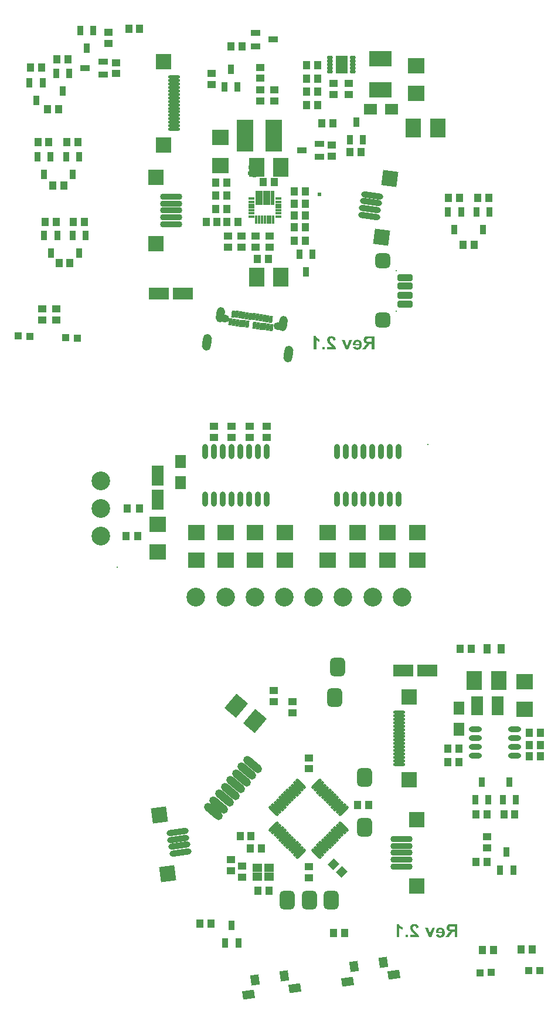
<source format=gbs>
G04 Layer_Color=16711935*
%FSLAX44Y44*%
%MOMM*%
G71*
G01*
G75*
%ADD47C,0.6096*%
%ADD94R,1.3032X1.1032*%
%ADD95R,1.1032X1.3032*%
%ADD98R,2.2032X2.7032*%
G04:AMPARAMS|DCode=102|XSize=0.5032mm|YSize=1.9032mm|CornerRadius=0mm|HoleSize=0mm|Usage=FLASHONLY|Rotation=135.000|XOffset=0mm|YOffset=0mm|HoleType=Round|Shape=Round|*
%AMOVALD102*
21,1,1.4000,0.5032,0.0000,0.0000,225.0*
1,1,0.5032,0.4950,0.4950*
1,1,0.5032,-0.4950,-0.4950*
%
%ADD102OVALD102*%

G04:AMPARAMS|DCode=103|XSize=0.5032mm|YSize=1.9032mm|CornerRadius=0mm|HoleSize=0mm|Usage=FLASHONLY|Rotation=45.000|XOffset=0mm|YOffset=0mm|HoleType=Round|Shape=Round|*
%AMOVALD103*
21,1,1.4000,0.5032,0.0000,0.0000,135.0*
1,1,0.5032,0.4950,-0.4950*
1,1,0.5032,-0.4950,0.4950*
%
%ADD103OVALD103*%

%ADD105R,0.9532X1.3532*%
%ADD106R,2.9532X1.7532*%
%ADD118C,2.7032*%
%ADD119C,0.2032*%
G04:AMPARAMS|DCode=120|XSize=1.9192mm|YSize=1.0612mm|CornerRadius=0mm|HoleSize=0mm|Usage=FLASHONLY|Rotation=352.000|XOffset=0mm|YOffset=0mm|HoleType=Round|Shape=Round|*
%AMOVALD120*
21,1,0.8580,1.0612,0.0000,0.0000,352.0*
1,1,1.0612,-0.4248,0.0597*
1,1,1.0612,0.4248,-0.0597*
%
%ADD120OVALD120*%

G04:AMPARAMS|DCode=121|XSize=2.2192mm|YSize=1.2112mm|CornerRadius=0mm|HoleSize=0mm|Usage=FLASHONLY|Rotation=82.000|XOffset=0mm|YOffset=0mm|HoleType=Round|Shape=Round|*
%AMOVALD121*
21,1,1.0080,1.2112,0.0000,0.0000,82.0*
1,1,1.2112,-0.0701,-0.4991*
1,1,1.2112,0.0701,0.4991*
%
%ADD121OVALD121*%

G04:AMPARAMS|DCode=122|XSize=2.4032mm|YSize=1.3032mm|CornerRadius=0mm|HoleSize=0mm|Usage=FLASHONLY|Rotation=82.000|XOffset=0mm|YOffset=0mm|HoleType=Round|Shape=Round|*
%AMOVALD122*
21,1,1.1000,1.3032,0.0000,0.0000,82.0*
1,1,1.3032,-0.0766,-0.5446*
1,1,1.3032,0.0766,0.5446*
%
%ADD122OVALD122*%

%ADD123C,0.7032*%
%ADD124R,1.5032X1.9032*%
%ADD125R,2.3532X2.3032*%
%ADD126R,1.7532X2.9532*%
%ADD127O,0.8032X2.2032*%
%ADD128P,1.4187X4X311.0*%
%ADD129P,1.4187X4X312.0*%
%ADD130R,2.4532X4.6032*%
%ADD131O,1.7272X0.5032*%
%ADD132R,2.2032X2.2032*%
G04:AMPARAMS|DCode=133|XSize=1.0032mm|YSize=0.5032mm|CornerRadius=0mm|HoleSize=0mm|Usage=FLASHONLY|Rotation=82.000|XOffset=0mm|YOffset=0mm|HoleType=Round|Shape=Rectangle|*
%AMROTATEDRECTD133*
4,1,4,0.1793,-0.5317,-0.3190,-0.4617,-0.1793,0.5317,0.3190,0.4617,0.1793,-0.5317,0.0*
%
%ADD133ROTATEDRECTD133*%

%ADD134R,1.3532X0.9532*%
%ADD135R,3.2032X2.2032*%
%ADD136R,1.7932X2.6032*%
%ADD137O,0.8532X0.5532*%
%ADD138R,0.5032X2.0032*%
%ADD139R,0.8600X0.3600*%
%ADD140R,0.8600X0.4600*%
%ADD141R,0.3600X1.2100*%
%ADD142R,1.9032X1.5032*%
G04:AMPARAMS|DCode=143|XSize=1.0032mm|YSize=2.2032mm|CornerRadius=0.3016mm|HoleSize=0mm|Usage=FLASHONLY|Rotation=90.000|XOffset=0mm|YOffset=0mm|HoleType=Round|Shape=RoundedRectangle|*
%AMROUNDEDRECTD143*
21,1,1.0032,1.6000,0,0,90.0*
21,1,0.4000,2.2032,0,0,90.0*
1,1,0.6032,0.8000,0.2000*
1,1,0.6032,0.8000,-0.2000*
1,1,0.6032,-0.8000,-0.2000*
1,1,0.6032,-0.8000,0.2000*
%
%ADD143ROUNDEDRECTD143*%
G04:AMPARAMS|DCode=144|XSize=2.2032mm|YSize=2.2032mm|CornerRadius=0.6016mm|HoleSize=0mm|Usage=FLASHONLY|Rotation=90.000|XOffset=0mm|YOffset=0mm|HoleType=Round|Shape=RoundedRectangle|*
%AMROUNDEDRECTD144*
21,1,2.2032,1.0000,0,0,90.0*
21,1,1.0000,2.2032,0,0,90.0*
1,1,1.2032,0.5000,0.5000*
1,1,1.2032,0.5000,-0.5000*
1,1,1.2032,-0.5000,-0.5000*
1,1,1.2032,-0.5000,0.5000*
%
%ADD144ROUNDEDRECTD144*%
%ADD145O,3.2032X0.9032*%
G04:AMPARAMS|DCode=146|XSize=0.9032mm|YSize=3.2032mm|CornerRadius=0mm|HoleSize=0mm|Usage=FLASHONLY|Rotation=262.000|XOffset=0mm|YOffset=0mm|HoleType=Round|Shape=Round|*
%AMOVALD146*
21,1,2.3000,0.9032,0.0000,0.0000,352.0*
1,1,0.9032,-1.1388,0.1600*
1,1,0.9032,1.1388,-0.1600*
%
%ADD146OVALD146*%

%ADD147P,3.1158X4X307.0*%
G04:AMPARAMS|DCode=148|XSize=2.2032mm|YSize=2.7032mm|CornerRadius=0mm|HoleSize=0mm|Usage=FLASHONLY|Rotation=140.000|XOffset=0mm|YOffset=0mm|HoleType=Round|Shape=Rectangle|*
%AMROTATEDRECTD148*
4,1,4,1.7127,0.3273,-0.0249,-1.7435,-1.7127,-0.3273,0.0249,1.7435,1.7127,0.3273,0.0*
%
%ADD148ROTATEDRECTD148*%

%ADD149O,1.9032X0.8032*%
%ADD150R,1.0032X1.4732*%
%ADD151R,1.7032X2.7032*%
G04:AMPARAMS|DCode=152|XSize=1.2032mm|YSize=3.2032mm|CornerRadius=0mm|HoleSize=0mm|Usage=FLASHONLY|Rotation=230.000|XOffset=0mm|YOffset=0mm|HoleType=Round|Shape=Round|*
%AMOVALD152*
21,1,2.0000,1.2032,0.0000,0.0000,320.0*
1,1,1.2032,-0.7660,0.6428*
1,1,1.2032,0.7660,-0.6428*
%
%ADD152OVALD152*%

G04:AMPARAMS|DCode=153|XSize=1.2032mm|YSize=1.4732mm|CornerRadius=0mm|HoleSize=0mm|Usage=FLASHONLY|Rotation=188.000|XOffset=0mm|YOffset=0mm|HoleType=Round|Shape=Rectangle|*
%AMROTATEDRECTD153*
4,1,4,0.4932,0.8132,0.6983,-0.6457,-0.4932,-0.8132,-0.6983,0.6457,0.4932,0.8132,0.0*
%
%ADD153ROTATEDRECTD153*%

G04:AMPARAMS|DCode=154|XSize=1.2032mm|YSize=1.7032mm|CornerRadius=0mm|HoleSize=0mm|Usage=FLASHONLY|Rotation=98.000|XOffset=0mm|YOffset=0mm|HoleType=Round|Shape=Rectangle|*
%AMROTATEDRECTD154*
4,1,4,0.9270,-0.4772,-0.7596,-0.7143,-0.9270,0.4772,0.7596,0.7143,0.9270,-0.4772,0.0*
%
%ADD154ROTATEDRECTD154*%

%ADD155R,1.4032X1.2032*%
G04:AMPARAMS|DCode=156|XSize=1.3032mm|YSize=1.1032mm|CornerRadius=0mm|HoleSize=0mm|Usage=FLASHONLY|Rotation=225.000|XOffset=0mm|YOffset=0mm|HoleType=Round|Shape=Rectangle|*
%AMROTATEDRECTD156*
4,1,4,0.0707,0.8508,0.8508,0.0707,-0.0707,-0.8508,-0.8508,-0.0707,0.0707,0.8508,0.0*
%
%ADD156ROTATEDRECTD156*%

G04:AMPARAMS|DCode=157|XSize=2.2032mm|YSize=2.7032mm|CornerRadius=0.6016mm|HoleSize=0mm|Usage=FLASHONLY|Rotation=180.000|XOffset=0mm|YOffset=0mm|HoleType=Round|Shape=RoundedRectangle|*
%AMROUNDEDRECTD157*
21,1,2.2032,1.5000,0,0,180.0*
21,1,1.0000,2.7032,0,0,180.0*
1,1,1.2032,-0.5000,0.7500*
1,1,1.2032,0.5000,0.7500*
1,1,1.2032,0.5000,-0.7500*
1,1,1.2032,-0.5000,-0.7500*
%
%ADD157ROUNDEDRECTD157*%
%ADD158P,1.4187X4X137.0*%
%ADD159P,1.4187X4X138.0*%
G04:AMPARAMS|DCode=160|XSize=0.9032mm|YSize=3.2032mm|CornerRadius=0mm|HoleSize=0mm|Usage=FLASHONLY|Rotation=98.000|XOffset=0mm|YOffset=0mm|HoleType=Round|Shape=Round|*
%AMOVALD160*
21,1,2.3000,0.9032,0.0000,0.0000,188.0*
1,1,0.9032,1.1388,0.1600*
1,1,0.9032,-1.1388,-0.1600*
%
%ADD160OVALD160*%

%ADD161P,3.1158X4X143.0*%
G36*
X510354Y1008221D02*
X510798Y1008193D01*
X511658Y1008054D01*
X512380Y1007832D01*
X512713Y1007721D01*
X513019Y1007582D01*
X513296Y1007471D01*
X513518Y1007332D01*
X513741Y1007221D01*
X513907Y1007138D01*
X514046Y1007027D01*
X514129Y1006971D01*
X514185Y1006943D01*
X514213Y1006916D01*
X514518Y1006638D01*
X514796Y1006360D01*
X515045Y1006027D01*
X515267Y1005666D01*
X515601Y1004945D01*
X515878Y1004250D01*
X515962Y1003890D01*
X516045Y1003584D01*
X516128Y1003307D01*
X516156Y1003057D01*
X516211Y1002835D01*
Y1002696D01*
X516239Y1002585D01*
Y1002557D01*
X512575Y1002196D01*
X512519Y1002751D01*
X512408Y1003223D01*
X512297Y1003640D01*
X512158Y1003945D01*
X512047Y1004195D01*
X511936Y1004361D01*
X511853Y1004473D01*
X511825Y1004500D01*
X511547Y1004722D01*
X511242Y1004889D01*
X510937Y1005028D01*
X510631Y1005111D01*
X510381Y1005167D01*
X510159Y1005194D01*
X509965D01*
X509548Y1005167D01*
X509188Y1005083D01*
X508882Y1004972D01*
X508605Y1004861D01*
X508410Y1004750D01*
X508244Y1004639D01*
X508160Y1004556D01*
X508133Y1004528D01*
X507910Y1004250D01*
X507744Y1003945D01*
X507633Y1003640D01*
X507550Y1003334D01*
X507494Y1003057D01*
X507466Y1002807D01*
Y1002668D01*
Y1002640D01*
Y1002613D01*
X507494Y1002196D01*
X507577Y1001807D01*
X507716Y1001419D01*
X507855Y1001086D01*
X507994Y1000780D01*
X508133Y1000558D01*
X508216Y1000419D01*
X508244Y1000364D01*
X508355Y1000197D01*
X508521Y1000003D01*
X508743Y999753D01*
X508965Y999531D01*
X509465Y999003D01*
X509965Y998476D01*
X510465Y997976D01*
X510687Y997754D01*
X510909Y997588D01*
X511075Y997421D01*
X511186Y997310D01*
X511270Y997227D01*
X511297Y997199D01*
X511853Y996671D01*
X512352Y996172D01*
X512825Y995700D01*
X513241Y995283D01*
X513630Y994867D01*
X513963Y994478D01*
X514268Y994145D01*
X514518Y993812D01*
X514740Y993534D01*
X514934Y993284D01*
X515101Y993090D01*
X515212Y992896D01*
X515323Y992785D01*
X515379Y992674D01*
X515434Y992618D01*
Y992590D01*
X515795Y991952D01*
X516073Y991285D01*
X516295Y990675D01*
X516461Y990119D01*
X516572Y989620D01*
X516600Y989426D01*
X516628Y989259D01*
X516656Y989120D01*
X516683Y989009D01*
Y988953D01*
Y988926D01*
X503774D01*
Y992340D01*
X511103D01*
X510881Y992701D01*
X510631Y993007D01*
X510520Y993146D01*
X510437Y993257D01*
X510381Y993312D01*
X510354Y993340D01*
X510243Y993451D01*
X510131Y993590D01*
X509798Y993895D01*
X509437Y994256D01*
X509077Y994617D01*
X508716Y994950D01*
X508410Y995228D01*
X508299Y995339D01*
X508216Y995422D01*
X508160Y995450D01*
X508133Y995478D01*
X507522Y996061D01*
X507022Y996533D01*
X506606Y996977D01*
X506273Y997310D01*
X506023Y997588D01*
X505856Y997782D01*
X505745Y997921D01*
X505717Y997948D01*
X505356Y998420D01*
X505051Y998865D01*
X504801Y999281D01*
X504607Y999642D01*
X504440Y999947D01*
X504329Y1000197D01*
X504274Y1000336D01*
X504246Y1000391D01*
X504079Y1000836D01*
X503968Y1001280D01*
X503885Y1001696D01*
X503829Y1002085D01*
X503802Y1002390D01*
X503774Y1002640D01*
Y1002807D01*
Y1002862D01*
X503802Y1003279D01*
X503857Y1003695D01*
X503913Y1004084D01*
X504024Y1004445D01*
X504301Y1005083D01*
X504579Y1005639D01*
X504746Y1005888D01*
X504884Y1006083D01*
X505023Y1006277D01*
X505162Y1006416D01*
X505273Y1006527D01*
X505329Y1006638D01*
X505384Y1006666D01*
X505412Y1006693D01*
X505717Y1006971D01*
X506078Y1007221D01*
X506411Y1007415D01*
X506800Y1007582D01*
X507522Y1007860D01*
X508244Y1008054D01*
X508577Y1008109D01*
X508882Y1008165D01*
X509160Y1008193D01*
X509410Y1008221D01*
X509604Y1008248D01*
X509882D01*
X510354Y1008221D01*
D02*
G37*
G36*
X487672Y1007610D02*
X488033Y1007027D01*
X488422Y1006471D01*
X488810Y1006027D01*
X489143Y1005666D01*
X489449Y1005389D01*
X489560Y1005278D01*
X489643Y1005194D01*
X489698Y1005167D01*
X489726Y1005139D01*
X490337Y1004695D01*
X490920Y1004306D01*
X491448Y1004001D01*
X491920Y1003779D01*
X492308Y1003612D01*
X492586Y1003473D01*
X492697Y1003445D01*
X492780Y1003418D01*
X492808Y1003390D01*
X492836D01*
Y1000058D01*
X491836Y1000447D01*
X490948Y1000863D01*
X490531Y1001086D01*
X490143Y1001335D01*
X489782Y1001557D01*
X489449Y1001780D01*
X489143Y1002002D01*
X488866Y1002196D01*
X488644Y1002363D01*
X488449Y1002529D01*
X488283Y1002668D01*
X488172Y1002751D01*
X488116Y1002807D01*
X488088Y1002835D01*
Y988926D01*
X484396D01*
Y1008248D01*
X487394D01*
X487672Y1007610D01*
D02*
G37*
G36*
X534035Y988926D02*
X530703D01*
X525179Y1002862D01*
X528954D01*
X531619Y995727D01*
X531786Y995311D01*
X531897Y994922D01*
X531953Y994784D01*
X531980Y994672D01*
X532008Y994589D01*
Y994561D01*
X532036Y994423D01*
X532091Y994256D01*
X532230Y993840D01*
X532286Y993673D01*
X532341Y993506D01*
X532369Y993395D01*
X532397Y993368D01*
X533146Y995727D01*
X535784Y1002862D01*
X539643D01*
X534035Y988926D01*
D02*
G37*
G36*
X547971Y1003140D02*
X548443Y1003084D01*
X548915Y1002973D01*
X549332Y1002862D01*
X549748Y1002723D01*
X550109Y1002557D01*
X550470Y1002363D01*
X550775Y1002196D01*
X551053Y1002002D01*
X551303Y1001807D01*
X551525Y1001641D01*
X551692Y1001502D01*
X551830Y1001391D01*
X551941Y1001280D01*
X551997Y1001224D01*
X552025Y1001197D01*
X552330Y1000808D01*
X552608Y1000391D01*
X552858Y999975D01*
X553080Y999531D01*
X553246Y999059D01*
X553385Y998615D01*
X553607Y997754D01*
X553690Y997338D01*
X553746Y996977D01*
X553774Y996644D01*
X553801Y996366D01*
X553829Y996116D01*
Y995922D01*
Y995811D01*
Y995783D01*
X553801Y995256D01*
X553774Y994728D01*
X553690Y994256D01*
X553607Y993812D01*
X553524Y993368D01*
X553385Y992979D01*
X553274Y992618D01*
X553135Y992285D01*
X553024Y991980D01*
X552885Y991730D01*
X552774Y991508D01*
X552691Y991313D01*
X552580Y991174D01*
X552524Y991063D01*
X552497Y991008D01*
X552469Y990980D01*
X552108Y990564D01*
X551747Y990203D01*
X551331Y989897D01*
X550886Y989620D01*
X550442Y989398D01*
X549998Y989203D01*
X549554Y989037D01*
X549110Y988926D01*
X548721Y988815D01*
X548332Y988759D01*
X547971Y988704D01*
X547666Y988648D01*
X547416D01*
X547250Y988620D01*
X547083D01*
X546278Y988676D01*
X545528Y988787D01*
X544890Y988953D01*
X544334Y989148D01*
X544085Y989259D01*
X543890Y989342D01*
X543696Y989426D01*
X543557Y989509D01*
X543446Y989592D01*
X543335Y989620D01*
X543307Y989675D01*
X543280D01*
X542752Y990119D01*
X542280Y990592D01*
X541892Y991119D01*
X541586Y991619D01*
X541336Y992063D01*
X541253Y992257D01*
X541170Y992424D01*
X541114Y992563D01*
X541059Y992674D01*
X541031Y992729D01*
Y992757D01*
X544696Y993368D01*
X544834Y993007D01*
X544973Y992674D01*
X545112Y992424D01*
X545279Y992202D01*
X545390Y992035D01*
X545501Y991924D01*
X545584Y991869D01*
X545612Y991841D01*
X545834Y991674D01*
X546084Y991563D01*
X546333Y991480D01*
X546555Y991424D01*
X546750Y991397D01*
X546916Y991369D01*
X547055D01*
X547499Y991397D01*
X547916Y991508D01*
X548304Y991646D01*
X548610Y991813D01*
X548860Y991980D01*
X549026Y992118D01*
X549165Y992229D01*
X549193Y992257D01*
X549471Y992618D01*
X549665Y993035D01*
X549832Y993479D01*
X549943Y993867D01*
X549998Y994256D01*
X550026Y994534D01*
X550054Y994645D01*
Y994728D01*
Y994784D01*
Y994811D01*
X540836D01*
Y995589D01*
X540892Y996283D01*
X540975Y996949D01*
X541086Y997560D01*
X541225Y998143D01*
X541364Y998643D01*
X541531Y999115D01*
X541697Y999531D01*
X541864Y999892D01*
X542030Y1000225D01*
X542169Y1000475D01*
X542308Y1000697D01*
X542419Y1000863D01*
X542502Y1001002D01*
X542558Y1001058D01*
X542585Y1001086D01*
X542919Y1001447D01*
X543307Y1001780D01*
X543696Y1002057D01*
X544085Y1002279D01*
X544501Y1002501D01*
X544918Y1002668D01*
X545306Y1002807D01*
X545695Y1002918D01*
X546056Y1003001D01*
X546389Y1003057D01*
X546694Y1003112D01*
X546944Y1003140D01*
X547166Y1003168D01*
X547472D01*
X547971Y1003140D01*
D02*
G37*
G36*
X572097Y988926D02*
X568210D01*
Y996949D01*
X566961D01*
X566572Y996921D01*
X566239Y996893D01*
X565961Y996838D01*
X565739Y996810D01*
X565600Y996755D01*
X565517Y996727D01*
X565489D01*
X565267Y996616D01*
X565045Y996505D01*
X564851Y996366D01*
X564656Y996255D01*
X564518Y996116D01*
X564407Y996005D01*
X564351Y995950D01*
X564323Y995922D01*
X564212Y995783D01*
X564073Y995644D01*
X563768Y995228D01*
X563435Y994784D01*
X563074Y994284D01*
X562769Y993840D01*
X562630Y993617D01*
X562519Y993451D01*
X562408Y993312D01*
X562324Y993201D01*
X562297Y993118D01*
X562269Y993090D01*
X559493Y988926D01*
X554829D01*
X557188Y992674D01*
X557438Y993062D01*
X557688Y993451D01*
X557910Y993784D01*
X558132Y994090D01*
X558327Y994367D01*
X558493Y994645D01*
X558826Y995061D01*
X559076Y995394D01*
X559243Y995616D01*
X559382Y995755D01*
X559409Y995783D01*
X559715Y996116D01*
X560076Y996422D01*
X560409Y996671D01*
X560742Y996921D01*
X561020Y997116D01*
X561242Y997254D01*
X561408Y997365D01*
X561436Y997393D01*
X561464D01*
X560992Y997477D01*
X560575Y997588D01*
X560187Y997699D01*
X559798Y997837D01*
X559465Y997976D01*
X559160Y998115D01*
X558854Y998254D01*
X558604Y998420D01*
X558382Y998559D01*
X558188Y998698D01*
X558021Y998837D01*
X557910Y998948D01*
X557799Y999031D01*
X557716Y999115D01*
X557688Y999142D01*
X557660Y999170D01*
X557438Y999448D01*
X557244Y999725D01*
X556911Y1000336D01*
X556689Y1000919D01*
X556550Y1001502D01*
X556439Y1002002D01*
X556411Y1002196D01*
Y1002390D01*
X556383Y1002529D01*
Y1002668D01*
Y1002723D01*
Y1002751D01*
X556411Y1003362D01*
X556522Y1003945D01*
X556661Y1004445D01*
X556800Y1004889D01*
X556966Y1005250D01*
X557105Y1005527D01*
X557161Y1005611D01*
X557216Y1005694D01*
X557244Y1005722D01*
Y1005750D01*
X557577Y1006222D01*
X557938Y1006610D01*
X558299Y1006916D01*
X558660Y1007193D01*
X558993Y1007360D01*
X559243Y1007499D01*
X559409Y1007582D01*
X559437Y1007610D01*
X559465D01*
X559743Y1007693D01*
X560048Y1007776D01*
X560742Y1007915D01*
X561492Y1007998D01*
X562213Y1008082D01*
X562574D01*
X562880Y1008109D01*
X563185D01*
X563435Y1008137D01*
X572097D01*
Y988926D01*
D02*
G37*
G36*
X500498D02*
X496806D01*
Y992618D01*
X500498D01*
Y988926D01*
D02*
G37*
G36*
X630224Y160583D02*
X630668Y160555D01*
X631529Y160417D01*
X632250Y160194D01*
X632583Y160083D01*
X632889Y159945D01*
X633166Y159833D01*
X633388Y159695D01*
X633611Y159584D01*
X633777Y159500D01*
X633916Y159389D01*
X633999Y159334D01*
X634055Y159306D01*
X634083Y159278D01*
X634388Y159001D01*
X634666Y158723D01*
X634915Y158390D01*
X635137Y158029D01*
X635471Y157307D01*
X635748Y156613D01*
X635832Y156252D01*
X635915Y155947D01*
X635998Y155669D01*
X636026Y155419D01*
X636082Y155197D01*
Y155058D01*
X636109Y154947D01*
Y154920D01*
X632445Y154559D01*
X632389Y155114D01*
X632278Y155586D01*
X632167Y156002D01*
X632028Y156308D01*
X631917Y156558D01*
X631806Y156724D01*
X631723Y156835D01*
X631695Y156863D01*
X631417Y157085D01*
X631112Y157252D01*
X630807Y157390D01*
X630501Y157474D01*
X630251Y157529D01*
X630029Y157557D01*
X629835D01*
X629418Y157529D01*
X629058Y157446D01*
X628752Y157335D01*
X628475Y157224D01*
X628280Y157113D01*
X628114Y157002D01*
X628030Y156918D01*
X628003Y156891D01*
X627781Y156613D01*
X627614Y156308D01*
X627503Y156002D01*
X627420Y155697D01*
X627364Y155419D01*
X627336Y155169D01*
Y155031D01*
Y155003D01*
Y154975D01*
X627364Y154559D01*
X627447Y154170D01*
X627586Y153781D01*
X627725Y153448D01*
X627864Y153143D01*
X628003Y152921D01*
X628086Y152782D01*
X628114Y152726D01*
X628225Y152560D01*
X628391Y152366D01*
X628613Y152116D01*
X628835Y151894D01*
X629335Y151366D01*
X629835Y150839D01*
X630335Y150339D01*
X630557Y150117D01*
X630779Y149950D01*
X630945Y149784D01*
X631057Y149672D01*
X631140Y149589D01*
X631167Y149562D01*
X631723Y149034D01*
X632223Y148534D01*
X632695Y148062D01*
X633111Y147646D01*
X633500Y147229D01*
X633833Y146841D01*
X634138Y146508D01*
X634388Y146174D01*
X634610Y145897D01*
X634804Y145647D01*
X634971Y145453D01*
X635082Y145258D01*
X635193Y145147D01*
X635249Y145036D01*
X635304Y144981D01*
Y144953D01*
X635665Y144314D01*
X635943Y143648D01*
X636165Y143037D01*
X636331Y142482D01*
X636442Y141982D01*
X636470Y141788D01*
X636498Y141622D01*
X636526Y141483D01*
X636553Y141372D01*
Y141316D01*
Y141288D01*
X623644D01*
Y144703D01*
X630973D01*
X630751Y145064D01*
X630501Y145369D01*
X630390Y145508D01*
X630307Y145619D01*
X630251Y145675D01*
X630224Y145703D01*
X630113Y145814D01*
X630001Y145952D01*
X629668Y146258D01*
X629308Y146619D01*
X628947Y146980D01*
X628586Y147313D01*
X628280Y147590D01*
X628169Y147701D01*
X628086Y147785D01*
X628030Y147812D01*
X628003Y147840D01*
X627392Y148423D01*
X626892Y148895D01*
X626476Y149339D01*
X626143Y149672D01*
X625893Y149950D01*
X625726Y150145D01*
X625615Y150283D01*
X625587Y150311D01*
X625226Y150783D01*
X624921Y151227D01*
X624671Y151644D01*
X624477Y152005D01*
X624310Y152310D01*
X624199Y152560D01*
X624144Y152699D01*
X624116Y152754D01*
X623949Y153198D01*
X623838Y153643D01*
X623755Y154059D01*
X623699Y154448D01*
X623672Y154753D01*
X623644Y155003D01*
Y155169D01*
Y155225D01*
X623672Y155641D01*
X623727Y156058D01*
X623783Y156447D01*
X623894Y156807D01*
X624171Y157446D01*
X624449Y158001D01*
X624616Y158251D01*
X624754Y158445D01*
X624893Y158640D01*
X625032Y158778D01*
X625143Y158890D01*
X625199Y159001D01*
X625254Y159028D01*
X625282Y159056D01*
X625587Y159334D01*
X625948Y159584D01*
X626281Y159778D01*
X626670Y159945D01*
X627392Y160222D01*
X628114Y160417D01*
X628447Y160472D01*
X628752Y160528D01*
X629030Y160555D01*
X629280Y160583D01*
X629474Y160611D01*
X629752D01*
X630224Y160583D01*
D02*
G37*
G36*
X607542Y159972D02*
X607903Y159389D01*
X608292Y158834D01*
X608680Y158390D01*
X609013Y158029D01*
X609319Y157751D01*
X609430Y157640D01*
X609513Y157557D01*
X609569Y157529D01*
X609596Y157501D01*
X610207Y157057D01*
X610790Y156669D01*
X611318Y156363D01*
X611790Y156141D01*
X612178Y155975D01*
X612456Y155836D01*
X612567Y155808D01*
X612650Y155780D01*
X612678Y155752D01*
X612706D01*
Y152421D01*
X611706Y152810D01*
X610818Y153226D01*
X610401Y153448D01*
X610013Y153698D01*
X609652Y153920D01*
X609319Y154142D01*
X609013Y154364D01*
X608736Y154559D01*
X608514Y154725D01*
X608319Y154892D01*
X608153Y155031D01*
X608042Y155114D01*
X607986Y155169D01*
X607958Y155197D01*
Y141288D01*
X604266D01*
Y160611D01*
X607264D01*
X607542Y159972D01*
D02*
G37*
G36*
X653905Y141288D02*
X650573D01*
X645049Y155225D01*
X648824D01*
X651489Y148090D01*
X651656Y147674D01*
X651767Y147285D01*
X651823Y147146D01*
X651850Y147035D01*
X651878Y146952D01*
Y146924D01*
X651906Y146785D01*
X651961Y146619D01*
X652100Y146202D01*
X652156Y146036D01*
X652211Y145869D01*
X652239Y145758D01*
X652267Y145730D01*
X653016Y148090D01*
X655654Y155225D01*
X659513D01*
X653905Y141288D01*
D02*
G37*
G36*
X667841Y155503D02*
X668313Y155447D01*
X668785Y155336D01*
X669202Y155225D01*
X669618Y155086D01*
X669979Y154920D01*
X670340Y154725D01*
X670645Y154559D01*
X670923Y154364D01*
X671173Y154170D01*
X671395Y154003D01*
X671562Y153865D01*
X671700Y153754D01*
X671811Y153643D01*
X671867Y153587D01*
X671895Y153559D01*
X672200Y153171D01*
X672478Y152754D01*
X672728Y152338D01*
X672950Y151894D01*
X673116Y151422D01*
X673255Y150977D01*
X673477Y150117D01*
X673560Y149700D01*
X673616Y149339D01*
X673644Y149006D01*
X673671Y148729D01*
X673699Y148479D01*
Y148284D01*
Y148173D01*
Y148146D01*
X673671Y147618D01*
X673644Y147091D01*
X673560Y146619D01*
X673477Y146174D01*
X673394Y145730D01*
X673255Y145342D01*
X673144Y144981D01*
X673005Y144648D01*
X672894Y144342D01*
X672755Y144092D01*
X672644Y143870D01*
X672561Y143676D01*
X672450Y143537D01*
X672394Y143426D01*
X672367Y143371D01*
X672339Y143343D01*
X671978Y142926D01*
X671617Y142565D01*
X671201Y142260D01*
X670756Y141982D01*
X670312Y141760D01*
X669868Y141566D01*
X669424Y141399D01*
X668980Y141288D01*
X668591Y141177D01*
X668202Y141122D01*
X667841Y141066D01*
X667536Y141011D01*
X667286D01*
X667120Y140983D01*
X666953D01*
X666148Y141039D01*
X665398Y141150D01*
X664760Y141316D01*
X664205Y141510D01*
X663955Y141622D01*
X663760Y141705D01*
X663566Y141788D01*
X663427Y141871D01*
X663316Y141955D01*
X663205Y141982D01*
X663177Y142038D01*
X663150D01*
X662622Y142482D01*
X662150Y142954D01*
X661761Y143482D01*
X661456Y143981D01*
X661206Y144425D01*
X661123Y144620D01*
X661040Y144786D01*
X660984Y144925D01*
X660929Y145036D01*
X660901Y145092D01*
Y145119D01*
X664566Y145730D01*
X664704Y145369D01*
X664843Y145036D01*
X664982Y144786D01*
X665148Y144564D01*
X665259Y144398D01*
X665371Y144287D01*
X665454Y144231D01*
X665482Y144203D01*
X665704Y144037D01*
X665954Y143926D01*
X666203Y143842D01*
X666425Y143787D01*
X666620Y143759D01*
X666786Y143731D01*
X666925D01*
X667370Y143759D01*
X667786Y143870D01*
X668175Y144009D01*
X668480Y144176D01*
X668730Y144342D01*
X668896Y144481D01*
X669035Y144592D01*
X669063Y144620D01*
X669341Y144981D01*
X669535Y145397D01*
X669702Y145841D01*
X669812Y146230D01*
X669868Y146619D01*
X669896Y146896D01*
X669924Y147007D01*
Y147091D01*
Y147146D01*
Y147174D01*
X660706D01*
Y147951D01*
X660762Y148645D01*
X660845Y149312D01*
X660956Y149922D01*
X661095Y150505D01*
X661234Y151005D01*
X661401Y151477D01*
X661567Y151894D01*
X661734Y152254D01*
X661900Y152588D01*
X662039Y152837D01*
X662178Y153060D01*
X662289Y153226D01*
X662372Y153365D01*
X662428Y153420D01*
X662456Y153448D01*
X662789Y153809D01*
X663177Y154142D01*
X663566Y154420D01*
X663955Y154642D01*
X664371Y154864D01*
X664788Y155031D01*
X665176Y155169D01*
X665565Y155281D01*
X665926Y155364D01*
X666259Y155419D01*
X666564Y155475D01*
X666814Y155503D01*
X667036Y155530D01*
X667342D01*
X667841Y155503D01*
D02*
G37*
G36*
X691967Y141288D02*
X688080D01*
Y149312D01*
X686831D01*
X686442Y149284D01*
X686109Y149256D01*
X685831Y149201D01*
X685609Y149173D01*
X685470Y149117D01*
X685387Y149089D01*
X685359D01*
X685137Y148979D01*
X684915Y148867D01*
X684721Y148729D01*
X684527Y148618D01*
X684388Y148479D01*
X684277Y148368D01*
X684221Y148312D01*
X684193Y148284D01*
X684082Y148146D01*
X683943Y148007D01*
X683638Y147590D01*
X683305Y147146D01*
X682944Y146646D01*
X682639Y146202D01*
X682500Y145980D01*
X682389Y145814D01*
X682278Y145675D01*
X682195Y145564D01*
X682167Y145480D01*
X682139Y145453D01*
X679363Y141288D01*
X674699D01*
X677058Y145036D01*
X677308Y145425D01*
X677558Y145814D01*
X677780Y146147D01*
X678002Y146452D01*
X678197Y146730D01*
X678363Y147007D01*
X678696Y147424D01*
X678946Y147757D01*
X679113Y147979D01*
X679252Y148118D01*
X679279Y148146D01*
X679585Y148479D01*
X679946Y148784D01*
X680279Y149034D01*
X680612Y149284D01*
X680890Y149478D01*
X681112Y149617D01*
X681278Y149728D01*
X681306Y149756D01*
X681334D01*
X680862Y149839D01*
X680445Y149950D01*
X680057Y150061D01*
X679668Y150200D01*
X679335Y150339D01*
X679030Y150478D01*
X678724Y150617D01*
X678474Y150783D01*
X678252Y150922D01*
X678058Y151061D01*
X677891Y151200D01*
X677780Y151311D01*
X677669Y151394D01*
X677586Y151477D01*
X677558Y151505D01*
X677530Y151533D01*
X677308Y151810D01*
X677114Y152088D01*
X676781Y152699D01*
X676559Y153282D01*
X676420Y153865D01*
X676309Y154364D01*
X676281Y154559D01*
Y154753D01*
X676253Y154892D01*
Y155031D01*
Y155086D01*
Y155114D01*
X676281Y155725D01*
X676392Y156308D01*
X676531Y156807D01*
X676670Y157252D01*
X676836Y157612D01*
X676975Y157890D01*
X677031Y157973D01*
X677086Y158057D01*
X677114Y158084D01*
Y158112D01*
X677447Y158584D01*
X677808Y158973D01*
X678169Y159278D01*
X678530Y159556D01*
X678863Y159722D01*
X679113Y159861D01*
X679279Y159945D01*
X679307Y159972D01*
X679335D01*
X679613Y160056D01*
X679918Y160139D01*
X680612Y160278D01*
X681362Y160361D01*
X682083Y160444D01*
X682444D01*
X682750Y160472D01*
X683055D01*
X683305Y160500D01*
X691967D01*
Y141288D01*
D02*
G37*
G36*
X620368D02*
X616676D01*
Y144981D01*
X620368D01*
Y141288D01*
D02*
G37*
%LPC*%
G36*
X547444Y1000336D02*
X547250D01*
X546833Y1000308D01*
X546472Y1000197D01*
X546139Y1000058D01*
X545862Y999920D01*
X545639Y999753D01*
X545473Y999614D01*
X545362Y999503D01*
X545334Y999475D01*
X545084Y999142D01*
X544862Y998754D01*
X544723Y998337D01*
X544612Y997948D01*
X544557Y997615D01*
X544529Y997310D01*
X544501Y997199D01*
Y997143D01*
Y997088D01*
Y997060D01*
X549998D01*
X549970Y997588D01*
X549887Y998059D01*
X549776Y998476D01*
X549609Y998809D01*
X549471Y999087D01*
X549332Y999281D01*
X549249Y999420D01*
X549221Y999448D01*
X548915Y999753D01*
X548582Y999975D01*
X548249Y1000114D01*
X547944Y1000225D01*
X547666Y1000281D01*
X547444Y1000336D01*
D02*
G37*
G36*
X568210Y1004889D02*
X563768D01*
X563518Y1004861D01*
X562907D01*
X562658Y1004834D01*
X562491D01*
X562408Y1004806D01*
X562380D01*
X562047Y1004722D01*
X561741Y1004611D01*
X561492Y1004500D01*
X561297Y1004361D01*
X561131Y1004223D01*
X560992Y1004139D01*
X560936Y1004056D01*
X560909Y1004028D01*
X560742Y1003806D01*
X560603Y1003529D01*
X560520Y1003279D01*
X560437Y1003029D01*
X560409Y1002807D01*
X560381Y1002640D01*
Y1002529D01*
Y1002474D01*
X560409Y1002168D01*
X560437Y1001891D01*
X560520Y1001641D01*
X560575Y1001419D01*
X560659Y1001252D01*
X560742Y1001141D01*
X560770Y1001058D01*
X560798Y1001030D01*
X560964Y1000836D01*
X561131Y1000669D01*
X561492Y1000419D01*
X561630Y1000336D01*
X561769Y1000281D01*
X561852Y1000225D01*
X561880D01*
X562019Y1000197D01*
X562241Y1000142D01*
X562463Y1000114D01*
X562713Y1000086D01*
X563296Y1000058D01*
X563879Y1000031D01*
X564434Y1000003D01*
X568210D01*
Y1004889D01*
D02*
G37*
G36*
X667314Y152699D02*
X667120D01*
X666703Y152671D01*
X666342Y152560D01*
X666009Y152421D01*
X665732Y152282D01*
X665509Y152116D01*
X665343Y151977D01*
X665232Y151866D01*
X665204Y151838D01*
X664954Y151505D01*
X664732Y151116D01*
X664593Y150700D01*
X664482Y150311D01*
X664427Y149978D01*
X664399Y149672D01*
X664371Y149562D01*
Y149506D01*
Y149451D01*
Y149423D01*
X669868D01*
X669840Y149950D01*
X669757Y150422D01*
X669646Y150839D01*
X669479Y151172D01*
X669341Y151449D01*
X669202Y151644D01*
X669118Y151783D01*
X669091Y151810D01*
X668785Y152116D01*
X668452Y152338D01*
X668119Y152477D01*
X667814Y152588D01*
X667536Y152643D01*
X667314Y152699D01*
D02*
G37*
G36*
X688080Y157252D02*
X683638D01*
X683388Y157224D01*
X682777D01*
X682528Y157196D01*
X682361D01*
X682278Y157168D01*
X682250D01*
X681917Y157085D01*
X681611Y156974D01*
X681362Y156863D01*
X681167Y156724D01*
X681001Y156585D01*
X680862Y156502D01*
X680806Y156419D01*
X680779Y156391D01*
X680612Y156169D01*
X680473Y155891D01*
X680390Y155641D01*
X680307Y155392D01*
X680279Y155169D01*
X680251Y155003D01*
Y154892D01*
Y154836D01*
X680279Y154531D01*
X680307Y154253D01*
X680390Y154003D01*
X680445Y153781D01*
X680529Y153615D01*
X680612Y153504D01*
X680640Y153420D01*
X680667Y153393D01*
X680834Y153198D01*
X681001Y153032D01*
X681362Y152782D01*
X681500Y152699D01*
X681639Y152643D01*
X681722Y152588D01*
X681750D01*
X681889Y152560D01*
X682111Y152504D01*
X682333Y152477D01*
X682583Y152449D01*
X683166Y152421D01*
X683749Y152393D01*
X684304Y152366D01*
X688080D01*
Y157252D01*
D02*
G37*
%LPD*%
D47*
X398597Y1239926D02*
D03*
Y1246926D02*
D03*
X399097Y1254426D02*
D03*
X392347Y1251676D02*
D03*
X391847Y1243426D02*
D03*
X492847Y1212676D02*
D03*
X518967Y536288D02*
D03*
Y524288D02*
D03*
D94*
X391827Y862007D02*
D03*
Y878007D02*
D03*
X416827Y862007D02*
D03*
Y878007D02*
D03*
X365827Y862007D02*
D03*
Y878007D02*
D03*
X339827Y862007D02*
D03*
Y878007D02*
D03*
X406847Y1379926D02*
D03*
X406847Y1395926D02*
D03*
X407347Y1347426D02*
D03*
Y1363426D02*
D03*
X337097Y1386676D02*
D03*
Y1370676D02*
D03*
X427097Y1347176D02*
D03*
Y1363176D02*
D03*
X510347Y1267926D02*
D03*
Y1283926D02*
D03*
X360347Y1136176D02*
D03*
Y1152176D02*
D03*
X112097Y1047176D02*
D03*
Y1031176D02*
D03*
X91847Y1047176D02*
D03*
Y1031176D02*
D03*
X380347Y1152176D02*
D03*
Y1136176D02*
D03*
X420347Y1152176D02*
D03*
Y1136176D02*
D03*
X400347Y1152176D02*
D03*
Y1136176D02*
D03*
X535347Y1356926D02*
D03*
Y1372926D02*
D03*
X513347D02*
D03*
Y1356926D02*
D03*
X187847Y1446426D02*
D03*
Y1430426D02*
D03*
X199097Y1402676D02*
D03*
Y1386676D02*
D03*
X364967Y237288D02*
D03*
Y253288D02*
D03*
X426967Y497288D02*
D03*
Y481288D02*
D03*
X734967Y286288D02*
D03*
Y270288D02*
D03*
X380967Y228288D02*
D03*
Y244288D02*
D03*
X476967Y227288D02*
D03*
Y243288D02*
D03*
Y400288D02*
D03*
Y384288D02*
D03*
X453967Y481288D02*
D03*
Y465288D02*
D03*
D95*
X232838Y759506D02*
D03*
X215317D02*
D03*
X230338Y719506D02*
D03*
X212817D02*
D03*
X101847Y1287676D02*
D03*
X85847D02*
D03*
X474097Y1341176D02*
D03*
X490097D02*
D03*
X474097Y1379676D02*
D03*
X490097D02*
D03*
X737097Y1207926D02*
D03*
X721097D02*
D03*
X695097D02*
D03*
X679097D02*
D03*
X700097Y1139676D02*
D03*
X716097D02*
D03*
X490097Y1360426D02*
D03*
X474097D02*
D03*
X490097Y1399176D02*
D03*
X474097D02*
D03*
X364597Y1426426D02*
D03*
X380597D02*
D03*
X536847Y1273426D02*
D03*
X552847D02*
D03*
X512347Y1314926D02*
D03*
X496347D02*
D03*
X129597Y1407676D02*
D03*
X113597D02*
D03*
X91347Y1395426D02*
D03*
X75347D02*
D03*
X100097Y1335176D02*
D03*
X116097D02*
D03*
X359097Y1191926D02*
D03*
X343097D02*
D03*
X153097Y1172926D02*
D03*
X137097D02*
D03*
X375097Y1172676D02*
D03*
X359097D02*
D03*
X112597Y1172926D02*
D03*
X96597D02*
D03*
X116347Y1113926D02*
D03*
X132347D02*
D03*
X343097Y1229926D02*
D03*
X359097D02*
D03*
Y1210926D02*
D03*
X343097D02*
D03*
X472097Y1146176D02*
D03*
X456097D02*
D03*
Y1164926D02*
D03*
X472097D02*
D03*
X144097Y1287676D02*
D03*
X128097D02*
D03*
X123597Y1225676D02*
D03*
X107597Y1225675D02*
D03*
X328847Y1172676D02*
D03*
X344847D02*
D03*
X472097Y1198926D02*
D03*
X456097D02*
D03*
X472097Y1182426D02*
D03*
X456097D02*
D03*
X418847Y1119926D02*
D03*
X402847D02*
D03*
X427597Y1230176D02*
D03*
X411597D02*
D03*
X456097Y1217176D02*
D03*
X472097D02*
D03*
X217097Y1451176D02*
D03*
X233097D02*
D03*
X695967Y557288D02*
D03*
X711967D02*
D03*
X799635Y123620D02*
D03*
X783635D02*
D03*
X727967Y123288D02*
D03*
X743967D02*
D03*
X718967Y250288D02*
D03*
X734967D02*
D03*
X718967Y318288D02*
D03*
X734967D02*
D03*
X758967D02*
D03*
X774967D02*
D03*
X795967Y436288D02*
D03*
X811967D02*
D03*
X811967Y418288D02*
D03*
X795967D02*
D03*
X811967Y402288D02*
D03*
X795967D02*
D03*
X319967Y161288D02*
D03*
X335967D02*
D03*
X693967Y413288D02*
D03*
X677967D02*
D03*
X677967Y394288D02*
D03*
X693967D02*
D03*
X392967Y269288D02*
D03*
X408967D02*
D03*
X563967Y332288D02*
D03*
X547967D02*
D03*
X403967Y208288D02*
D03*
X419967D02*
D03*
X377967Y287288D02*
D03*
X393967D02*
D03*
X528967Y147288D02*
D03*
X512967D02*
D03*
D98*
X437096Y1093426D02*
D03*
X402097Y1093426D02*
D03*
X628346Y1307927D02*
D03*
X663345Y1307926D02*
D03*
X436847Y1251675D02*
D03*
X401848D02*
D03*
X751467Y511287D02*
D03*
X716468Y511287D02*
D03*
D102*
X527171Y323602D02*
D03*
X523636Y327138D02*
D03*
X520100Y330673D02*
D03*
X516565Y334209D02*
D03*
X513029Y337744D02*
D03*
X509494Y341280D02*
D03*
X505958Y344815D02*
D03*
X502423Y348351D02*
D03*
X498887Y351886D02*
D03*
X495351Y355422D02*
D03*
X491816Y358957D02*
D03*
X488280Y362493D02*
D03*
X426762Y300975D02*
D03*
X430298Y297439D02*
D03*
X433833Y293904D02*
D03*
X437369Y290368D02*
D03*
X440904Y286833D02*
D03*
X444440Y283297D02*
D03*
X447975Y279761D02*
D03*
X451511Y276226D02*
D03*
X455047Y272690D02*
D03*
X458582Y269155D02*
D03*
X462118Y265619D02*
D03*
X465653Y262084D02*
D03*
D103*
X488280D02*
D03*
X491816Y265619D02*
D03*
X495351Y269155D02*
D03*
X498887Y272690D02*
D03*
X502423Y276226D02*
D03*
X505958Y279761D02*
D03*
X509494Y283297D02*
D03*
X513029Y286833D02*
D03*
X516565Y290368D02*
D03*
X520100Y293904D02*
D03*
X523636Y297439D02*
D03*
X527171Y300975D02*
D03*
X465653Y362493D02*
D03*
X462118Y358957D02*
D03*
X458582Y355422D02*
D03*
X455046Y351886D02*
D03*
X451511Y348351D02*
D03*
X447975Y344815D02*
D03*
X444440Y341280D02*
D03*
X440904Y337744D02*
D03*
X437369Y334209D02*
D03*
X433833Y330673D02*
D03*
X430298Y327138D02*
D03*
X426762Y323602D02*
D03*
D105*
X73847Y1373676D02*
D03*
X92847D02*
D03*
X83347Y1348176D02*
D03*
X95097Y1153676D02*
D03*
X114097D02*
D03*
X104597Y1128176D02*
D03*
X555347Y1291426D02*
D03*
X536347D02*
D03*
X545847Y1316926D02*
D03*
X719097Y1187176D02*
D03*
X738097D02*
D03*
X728597Y1161676D02*
D03*
X678097Y1187176D02*
D03*
X697097D02*
D03*
X687597Y1161676D02*
D03*
X374097Y1367676D02*
D03*
X355097D02*
D03*
X364597Y1393176D02*
D03*
X112097Y1387426D02*
D03*
X131097D02*
D03*
X121597Y1361926D02*
D03*
X135847Y1153676D02*
D03*
X154847D02*
D03*
X145347Y1128176D02*
D03*
X463597Y1126426D02*
D03*
X482597D02*
D03*
X473097Y1100926D02*
D03*
X85097Y1266926D02*
D03*
X104097D02*
D03*
X94597Y1241426D02*
D03*
X126847Y1266926D02*
D03*
X145847D02*
D03*
X136347Y1241426D02*
D03*
X156347Y1423426D02*
D03*
X165847Y1448926D02*
D03*
X146847D02*
D03*
X772467Y238538D02*
D03*
X753467D02*
D03*
X762967Y264038D02*
D03*
X776467Y339538D02*
D03*
X757467D02*
D03*
X766967Y365038D02*
D03*
X736467Y339788D02*
D03*
X717467D02*
D03*
X726967Y365288D02*
D03*
X375467Y132788D02*
D03*
X356467D02*
D03*
X365967Y158288D02*
D03*
D106*
X260847Y1069176D02*
D03*
X295347D02*
D03*
X613717Y526288D02*
D03*
X648217D02*
D03*
D118*
X176827Y719507D02*
D03*
X314327Y632007D02*
D03*
X176827Y799507D02*
D03*
Y759507D02*
D03*
X399327Y632007D02*
D03*
X441827D02*
D03*
X484327D02*
D03*
X526827D02*
D03*
X569327D02*
D03*
X356827D02*
D03*
X611827D02*
D03*
D119*
X649384Y851983D02*
D03*
X200807Y675079D02*
D03*
X603347Y1044426D02*
D03*
Y1102926D02*
D03*
D120*
X352626Y1034089D02*
D03*
X435630Y1022424D02*
D03*
D121*
X349663Y1038798D02*
D03*
X439777Y1026133D02*
D03*
D122*
X329728Y998985D02*
D03*
X447966Y982367D02*
D03*
D123*
X528347Y1407426D02*
D03*
X520847D02*
D03*
X524597Y1399926D02*
D03*
X528347Y1392426D02*
D03*
X520847D02*
D03*
D124*
X291827Y797007D02*
D03*
Y827487D02*
D03*
X693967Y471768D02*
D03*
Y441288D02*
D03*
D125*
X259327Y697007D02*
D03*
Y737007D02*
D03*
X504827Y685007D02*
D03*
Y725007D02*
D03*
X547827Y685007D02*
D03*
Y725007D02*
D03*
X633827Y685007D02*
D03*
Y725007D02*
D03*
X590827Y685007D02*
D03*
Y725007D02*
D03*
X399827Y685007D02*
D03*
Y725007D02*
D03*
X314827Y685007D02*
D03*
Y725007D02*
D03*
X442327Y685007D02*
D03*
Y725007D02*
D03*
X357327Y685007D02*
D03*
Y725007D02*
D03*
X349847Y1294426D02*
D03*
X349847Y1254426D02*
D03*
X632597Y1357926D02*
D03*
X632597Y1397926D02*
D03*
X788967Y470288D02*
D03*
Y510288D02*
D03*
D126*
X259327Y772257D02*
D03*
Y806757D02*
D03*
D127*
X327877Y841507D02*
D03*
X340577D02*
D03*
X353277Y841507D02*
D03*
X365977Y841507D02*
D03*
X378677D02*
D03*
X391377Y841507D02*
D03*
X404077Y841507D02*
D03*
X416777D02*
D03*
X327877Y773507D02*
D03*
X340577Y773507D02*
D03*
X353277Y773507D02*
D03*
X365977D02*
D03*
X378677D02*
D03*
X391377D02*
D03*
X404077Y773507D02*
D03*
X416777Y773507D02*
D03*
X517877Y841507D02*
D03*
X530577Y841507D02*
D03*
X543277Y841507D02*
D03*
X555977Y841507D02*
D03*
X568677Y841507D02*
D03*
X581377D02*
D03*
X594077Y841507D02*
D03*
X606777Y841507D02*
D03*
X517877Y773507D02*
D03*
X530577Y773507D02*
D03*
X543277Y773507D02*
D03*
X555977D02*
D03*
X568677D02*
D03*
X581377D02*
D03*
X594077Y773507D02*
D03*
X606777Y773507D02*
D03*
D128*
X126137Y1006077D02*
D03*
X142597Y1004926D02*
D03*
D129*
X57473Y1008877D02*
D03*
X73951Y1008014D02*
D03*
D130*
X426847Y1296926D02*
D03*
X385347D02*
D03*
D131*
X282597Y1381676D02*
D03*
Y1376676D02*
D03*
Y1371676D02*
D03*
Y1366676D02*
D03*
Y1361676D02*
D03*
Y1356676D02*
D03*
Y1351676D02*
D03*
Y1346676D02*
D03*
Y1341676D02*
D03*
Y1336676D02*
D03*
Y1331676D02*
D03*
Y1326676D02*
D03*
Y1321676D02*
D03*
Y1316676D02*
D03*
Y1311676D02*
D03*
Y1306676D02*
D03*
X607467Y390788D02*
D03*
Y395788D02*
D03*
Y400788D02*
D03*
X607467Y405788D02*
D03*
Y410788D02*
D03*
Y415788D02*
D03*
X607467Y420788D02*
D03*
Y425788D02*
D03*
Y430788D02*
D03*
Y435788D02*
D03*
X607467Y440788D02*
D03*
Y445788D02*
D03*
X607467Y450788D02*
D03*
Y455788D02*
D03*
Y460788D02*
D03*
Y465788D02*
D03*
D132*
X267597Y1404176D02*
D03*
Y1284176D02*
D03*
X256597Y1141426D02*
D03*
Y1237426D02*
D03*
X632967Y215288D02*
D03*
Y311288D02*
D03*
X622467Y368288D02*
D03*
X622467Y488288D02*
D03*
D133*
X423329Y1020466D02*
D03*
X418377Y1021163D02*
D03*
X413426Y1021858D02*
D03*
X408474Y1022554D02*
D03*
X403523Y1023250D02*
D03*
X398572Y1023946D02*
D03*
X388669Y1025338D02*
D03*
X383718Y1026034D02*
D03*
X378767Y1026730D02*
D03*
X373815Y1027425D02*
D03*
X368864Y1028121D02*
D03*
X363912Y1028817D02*
D03*
X368058Y1040352D02*
D03*
X373009Y1039656D02*
D03*
X377961Y1038960D02*
D03*
X382912Y1038265D02*
D03*
X387863Y1037569D02*
D03*
X392815Y1036873D02*
D03*
X397766Y1036177D02*
D03*
X402718Y1035481D02*
D03*
X407669Y1034786D02*
D03*
X412620Y1034090D02*
D03*
X417571Y1033394D02*
D03*
X422523Y1032698D02*
D03*
D134*
X492347Y1285676D02*
D03*
Y1266676D02*
D03*
X466847Y1276176D02*
D03*
X400597Y1426426D02*
D03*
Y1445426D02*
D03*
X426097Y1435926D02*
D03*
X154347Y1394676D02*
D03*
X179847Y1385176D02*
D03*
Y1404176D02*
D03*
D135*
X580847Y1408176D02*
D03*
Y1363176D02*
D03*
D136*
X524597Y1399926D02*
D03*
D137*
X541097Y1389926D02*
D03*
X541097Y1394926D02*
D03*
Y1399926D02*
D03*
Y1404926D02*
D03*
X541097Y1409926D02*
D03*
X508097D02*
D03*
Y1404926D02*
D03*
Y1399926D02*
D03*
Y1394926D02*
D03*
Y1389926D02*
D03*
D138*
X424847Y1207676D02*
D03*
X419347Y1207676D02*
D03*
X402847Y1207676D02*
D03*
X408347Y1207676D02*
D03*
X413847Y1207676D02*
D03*
D139*
X433347Y1193676D02*
D03*
X433347Y1197676D02*
D03*
X433347Y1201676D02*
D03*
X394347D02*
D03*
Y1197676D02*
D03*
Y1193676D02*
D03*
X433347Y1189676D02*
D03*
Y1185676D02*
D03*
X394347Y1185676D02*
D03*
X394347Y1189676D02*
D03*
D140*
X433347Y1206676D02*
D03*
X394347D02*
D03*
X433347Y1180676D02*
D03*
X394347Y1180676D02*
D03*
D141*
X413847Y1175926D02*
D03*
X409597Y1176176D02*
D03*
X405347Y1176176D02*
D03*
X401347Y1176176D02*
D03*
X417847Y1175926D02*
D03*
X421847D02*
D03*
X425847D02*
D03*
D142*
X596337Y1335676D02*
D03*
X565857Y1335676D02*
D03*
D143*
X616347Y1092676D02*
D03*
Y1080176D02*
D03*
Y1067426D02*
D03*
Y1054676D02*
D03*
D144*
X583847Y1031176D02*
D03*
Y1117176D02*
D03*
D145*
X278597Y1209426D02*
D03*
Y1189426D02*
D03*
Y1169426D02*
D03*
Y1179426D02*
D03*
Y1199426D02*
D03*
X610967Y253288D02*
D03*
Y273288D02*
D03*
Y283288D02*
D03*
Y263288D02*
D03*
Y243288D02*
D03*
D146*
X564301Y1181497D02*
D03*
X567085Y1201302D02*
D03*
X568476Y1211205D02*
D03*
X565693Y1191400D02*
D03*
D147*
X582755Y1151133D02*
D03*
X594585Y1235306D02*
D03*
D148*
X399372Y453041D02*
D03*
X372561Y475538D02*
D03*
D149*
X774467Y441338D02*
D03*
Y428638D02*
D03*
Y415938D02*
D03*
Y403238D02*
D03*
X717467Y441338D02*
D03*
Y428638D02*
D03*
Y415938D02*
D03*
Y403238D02*
D03*
D150*
X734868Y557288D02*
D03*
X755068Y557287D02*
D03*
D151*
X719967Y475288D02*
D03*
X749967D02*
D03*
D152*
X396200Y390614D02*
D03*
X388037Y380886D02*
D03*
X379873Y371157D02*
D03*
X371710Y361428D02*
D03*
X363546Y351700D02*
D03*
X355383Y341971D02*
D03*
X347220Y332242D02*
D03*
X339056Y322513D02*
D03*
D153*
X441922Y86100D02*
D03*
X399836Y80185D02*
D03*
X584922Y105100D02*
D03*
X542836Y99185D02*
D03*
D154*
X457084Y68034D02*
D03*
X390241Y58640D02*
D03*
X600084Y87034D02*
D03*
X533241Y77640D02*
D03*
D155*
X419467Y228788D02*
D03*
X402467Y228788D02*
D03*
X419467Y241788D02*
D03*
X402467Y241788D02*
D03*
D156*
X524624Y235632D02*
D03*
X513310Y246945D02*
D03*
D157*
X557967Y300288D02*
D03*
Y372288D02*
D03*
X509967Y195288D02*
D03*
X477967D02*
D03*
X445967D02*
D03*
X518967Y531288D02*
D03*
X514967Y487288D02*
D03*
D158*
X794622Y93169D02*
D03*
X811111Y93745D02*
D03*
D159*
X724556Y89794D02*
D03*
X741034Y90658D02*
D03*
D160*
X287587Y293318D02*
D03*
X290371Y273512D02*
D03*
X291763Y263610D02*
D03*
X288979Y283415D02*
D03*
D161*
X261479Y317418D02*
D03*
X273309Y233246D02*
D03*
M02*

</source>
